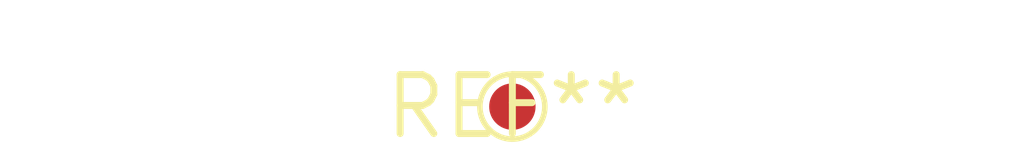
<source format=kicad_pcb>
(kicad_pcb (version 20240108) (generator pcbnew)
  (layers (0 "F.Cu" signal) (31 "B.Cu" signal) (34 "B.Paste" user) (35 "F.Paste" user) (36 "B.SilkS" user "B.Silkscreen") (37 "F.SilkS" user "F.Silkscreen") (38 "B.Mask" user) (39 "F.Mask" user) (44 "Edge.Cuts" user))
  (net 0 "")
  (footprint "TestPoint_Pad_D1.0mm" (layer "F.Cu") (at 0 0)
    (property "Reference" "REF**")
    (property "Value" "TestPoint_Pad_D1.0mm")
    (fp_circle (center 0 0) (end 0 0.7) (layer "F.SilkS") (stroke (width 0.12)) (fill none))
    (pad "1" smd circle (at 0 0) (size 1 1) (layers "F.Cu" "F.Mask"))
  )
)
</source>
